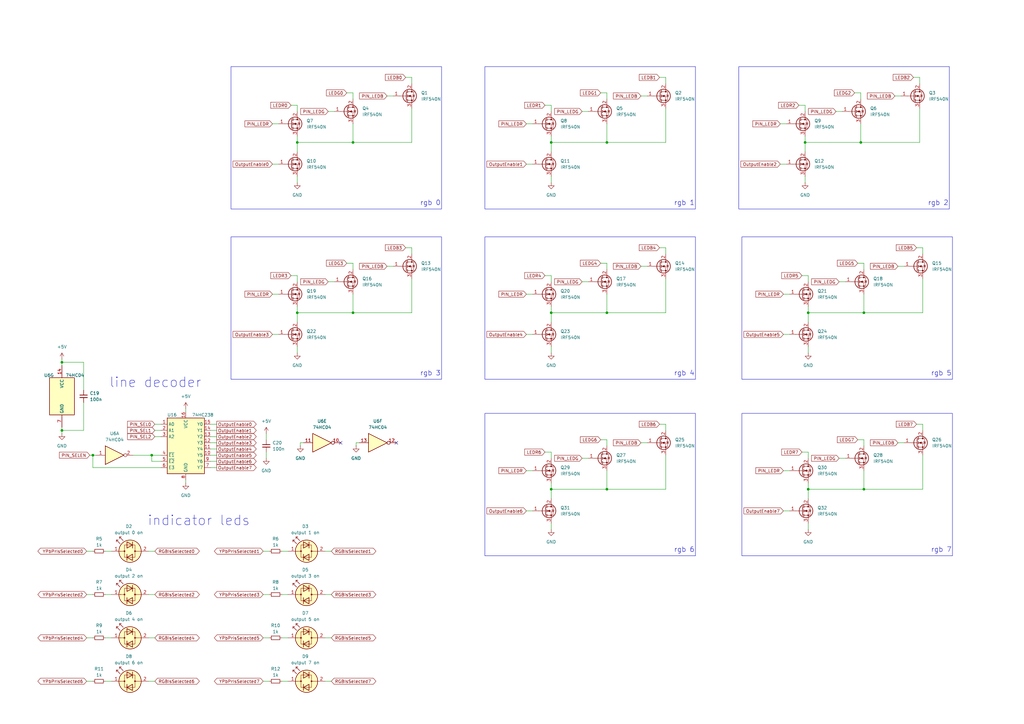
<source format=kicad_sch>
(kicad_sch (version 20250114) (generator "eeschema") (generator_version "9.0")
  (paper "A3")
  (title_block (title "MO-011 rgb switcher (main board)") (date "2025-01-21") (rev "v0.2"))
  (lib_symbols
    (symbol "74xx:74HC04"
      (property "Reference" "U" (at 0 1.27 0))
      (property "Value" "74HC04" (at 0 -1.27 0))
      (symbol "74HC04_1_0"
        (pin input line (at -7.62 0 0) (length 3.81) (name "~") (number "1"))
        (pin output inverted (at 7.62 0 180) (length 3.81) (name "~") (number "2"))
      )
      (symbol "74HC04_2_0"
        (pin input line (at -7.62 0 0) (length 3.81) (name "~") (number "3"))
        (pin output inverted (at 7.62 0 180) (length 3.81) (name "~") (number "4"))
      )
      (symbol "74HC04_3_0"
        (pin input line (at -7.62 0 0) (length 3.81) (name "~") (number "5"))
        (pin output inverted (at 7.62 0 180) (length 3.81) (name "~") (number "6"))
      )
      (symbol "74HC04_4_0"
        (pin input line (at -7.62 0 0) (length 3.81) (name "~") (number "9"))
        (pin output inverted (at 7.62 0 180) (length 3.81) (name "~") (number "8"))
      )
      (symbol "74HC04_5_0"
        (pin input line (at -7.62 0 0) (length 3.81) (name "~") (number "11"))
        (pin output inverted (at 7.62 0 180) (length 3.81) (name "~") (number "10"))
      )
      (symbol "74HC04_6_0"
        (pin input line (at -7.62 0 0) (length 3.81) (name "~") (number "13"))
        (pin output inverted (at 7.62 0 180) (length 3.81) (name "~") (number "12"))
      )
      (symbol "74HC04_7_0"
        (pin power_in line (at 0 12.7 270) (length 5.08) (name "VCC") (number "14"))
        (pin power_in line (at 0 -12.7 90) (length 5.08) (name "GND") (number "7"))
      )
    )
    (symbol "74xx:74HC238"
      (property "Reference" "U" (at -7.62 13.97 0))
      (property "Value" "74HC238" (at 2.54 -11.43 0))
      (symbol "74HC238_1_1"
        (pin input line (at -10.16 10.16 0) (length 2.54) (name "A0") (number "1"))
        (pin input line (at -10.16 7.62 0) (length 2.54) (name "A1") (number "2"))
        (pin input line (at -10.16 5.08 0) (length 2.54) (name "A2") (number "3"))
        (pin input line (at -10.16 -2.54 0) (length 2.54) (name "~{E1}") (number "4"))
        (pin input line (at -10.16 -5.08 0) (length 2.54) (name "~{E2}") (number "5"))
        (pin input line (at -10.16 -7.62 0) (length 2.54) (name "E3") (number "6"))
        (pin power_in line (at 0 15.24 270) (length 2.54) (name "VCC") (number "16"))
        (pin power_in line (at 0 -12.7 90) (length 2.54) (name "GND") (number "8"))
        (pin output line (at 10.16 10.16 180) (length 2.54) (name "Y0") (number "15"))
        (pin output line (at 10.16 7.62 180) (length 2.54) (name "Y1") (number "14"))
        (pin output line (at 10.16 5.08 180) (length 2.54) (name "Y2") (number "13"))
        (pin output line (at 10.16 2.54 180) (length 2.54) (name "Y3") (number "12"))
        (pin output line (at 10.16 0 180) (length 2.54) (name "Y4") (number "11"))
        (pin output line (at 10.16 -2.54 180) (length 2.54) (name "Y5") (number "10"))
        (pin output line (at 10.16 -5.08 180) (length 2.54) (name "Y6") (number "9"))
        (pin output line (at 10.16 -7.62 180) (length 2.54) (name "Y7") (number "7"))
      )
    )
    (symbol "Device:C_Small" (pin_numbers (hide yes)) (pin_names (offset 0.254) (hide yes))
      (property "Reference" "C" (at 0.254 1.778 0))
      (property "Value" "C_Small" (at 0.254 -2.032 0))
      (symbol "C_Small_1_1"
        (pin passive line (at 0 2.54 270) (length 2.032) (name "~") (number "1"))
        (pin passive line (at 0 -2.54 90) (length 2.032) (name "~") (number "2"))
      )
    )
    (symbol "Device:LED_Dual_Bidirectional" (pin_names (offset 0) (hide yes))
      (property "Reference" "D" (at 0 5.715 0))
      (property "Value" "LED_Dual_Bidirectional" (at 0 -6.35 0))
      (symbol "LED_Dual_Bidirectional_1_1"
        (pin input line (at -7.62 0 0) (length 3.048) (name "AK") (number "2"))
        (pin input line (at 7.62 0 180) (length 3.81) (name "KA") (number "1"))
      )
    )
    (symbol "Device:R_Small" (pin_numbers (hide yes)) (pin_names (offset 0.254) (hide yes))
      (property "Reference" "R" (at 0.762 0.508 0))
      (property "Value" "R_Small" (at 0.762 -1.016 0))
      (symbol "R_Small_1_1"
        (pin passive line (at 0 2.54 270) (length 0.762) (name "~") (number "1"))
        (pin passive line (at 0 -2.54 90) (length 0.762) (name "~") (number "2"))
      )
    )
    (symbol "Transistor_FET:IRF540N" (pin_names (hide yes))
      (property "Reference" "Q" (at 5.08 1.905 0))
      (property "Value" "IRF540N" (at 5.08 0 0))
      (symbol "IRF540N_1_1"
        (pin input line (at -5.08 0 0) (length 2.54) (name "G") (number "1"))
        (pin passive line (at 2.54 5.08 270) (length 2.54) (name "D") (number "2"))
        (pin passive line (at 2.54 -5.08 90) (length 2.54) (name "S") (number "3"))
      )
    )
    (symbol "power:+5V" (power) (pin_numbers (hide yes)) (pin_names (offset 0) (hide yes))
      (property "Value" "+5V" (at 0 3.556 0))
      (symbol "+5V_1_1"
        (pin power_in line (at 0 0 90) (length 0) (name "~") (number "1"))
      )
    )
    (symbol "power:GND" (power) (pin_numbers (hide yes)) (pin_names (offset 0) (hide yes))
      (property "Value" "GND" (at 0 -3.81 0))
      (symbol "GND_1_1"
        (pin power_in line (at 0 0 270) (length 0) (name "~") (number "1"))
      )
    )
  )
  (rectangle (start 304.292 169.545) (end 390.652 227.965))
  (rectangle (start 94.742 27.305) (end 181.102 85.725))
  (rectangle (start 304.292 97.155) (end 390.652 155.575))
  (rectangle (start 198.882 97.155) (end 285.242 155.575))
  (rectangle (start 198.882 27.305) (end 285.242 85.725))
  (rectangle (start 303.022 27.305) (end 389.382 85.725))
  (rectangle (start 198.882 169.545) (end 285.242 227.965))
  (rectangle (start 94.742 97.155) (end 181.102 155.575))
  (text "rgb 3" (at 176.53 153.162 0) (effects (font (size 2 2))))
  (text "rgb 5" (at 386.08 153.162 0) (effects (font (size 2 2))))
  (text "rgb 0" (at 176.53 83.312 0) (effects (font (size 2 2))))
  (text "rgb 2" (at 384.81 83.312 0) (effects (font (size 2 2))))
  (text "line decoder" (at 63.754 156.972 0) (effects (font (size 4 4))))
  (text "rgb 6" (at 280.67 225.552 0) (effects (font (size 2 2))))
  (text "rgb 7" (at 386.08 225.552 0) (effects (font (size 2 2))))
  (text "rgb 4" (at 280.67 153.162 0) (effects (font (size 2 2))))
  (text "rgb 1" (at 280.67 83.312 0) (effects (font (size 2 2))))
  (text "indicator leds" (at 81.534 213.614 0) (effects (font (size 4 4))))
  (junction (at 331.47 200.66))
  (junction (at 144.78 58.42))
  (junction (at 121.92 128.27))
  (junction (at 354.33 128.27))
  (junction (at 248.92 128.27))
  (junction (at 25.4 148.59))
  (junction (at 62.23 186.69))
  (junction (at 354.33 200.66))
  (junction (at 121.92 58.42))
  (junction (at 144.78 128.27))
  (junction (at 331.47 128.27))
  (junction (at 330.2 58.42))
  (junction (at 226.06 200.66))
  (junction (at 25.4 176.53))
  (junction (at 226.06 128.27))
  (junction (at 248.92 58.42))
  (junction (at 353.06 58.42))
  (junction (at 38.1 186.69))
  (junction (at 248.92 200.66))
  (junction (at 226.06 58.42))
  (no_connect (at 139.7 181.61))
  (no_connect (at 162.56 181.61))
  (wire (pts (xy 378.46 200.66) (xy 354.33 200.66)))
  (wire (pts (xy 45.72 261.62) (xy 43.18 261.62)))
  (wire (pts (xy 354.33 107.95) (xy 354.33 110.49)))
  (wire (pts (xy 331.47 125.73) (xy 331.47 128.27)))
  (wire (pts (xy 270.51 173.99) (xy 273.05 173.99)))
  (wire (pts (xy 246.38 180.34) (xy 248.92 180.34)))
  (wire (pts (xy 223.52 43.18) (xy 226.06 43.18)))
  (wire (pts (xy 367.03 39.37) (xy 369.57 39.37)))
  (wire (pts (xy 63.5 243.84) (xy 60.96 243.84)))
  (wire (pts (xy 273.05 31.75) (xy 273.05 34.29)))
  (wire (pts (xy 330.2 58.42) (xy 330.2 62.23)))
  (wire (pts (xy 86.36 189.23) (xy 88.9 189.23)))
  (wire (pts (xy 63.5 179.07) (xy 66.04 179.07)))
  (wire (pts (xy 144.78 50.8) (xy 144.78 58.42)))
  (wire (pts (xy 86.36 181.61) (xy 88.9 181.61)))
  (wire (pts (xy 38.1 191.77) (xy 66.04 191.77)))
  (wire (pts (xy 215.9 193.04) (xy 218.44 193.04)))
  (wire (pts (xy 226.06 55.88) (xy 226.06 58.42)))
  (wire (pts (xy 378.46 173.99) (xy 378.46 176.53)))
  (wire (pts (xy 351.79 180.34) (xy 354.33 180.34)))
  (wire (pts (xy 86.36 191.77) (xy 88.9 191.77)))
  (wire (pts (xy 368.3 181.61) (xy 370.84 181.61)))
  (wire (pts (xy 109.22 177.8) (xy 109.22 180.34)))
  (wire (pts (xy 331.47 200.66) (xy 331.47 204.47)))
  (wire (pts (xy 146.05 181.61) (xy 146.05 182.88)))
  (wire (pts (xy 166.37 31.75) (xy 168.91 31.75)))
  (wire (pts (xy 118.11 261.62) (xy 115.57 261.62)))
  (wire (pts (xy 377.19 44.45) (xy 377.19 58.42)))
  (wire (pts (xy 34.29 160.02) (xy 34.29 148.59)))
  (wire (pts (xy 262.89 39.37) (xy 265.43 39.37)))
  (wire (pts (xy 121.92 142.24) (xy 121.92 144.78)))
  (wire (pts (xy 331.47 214.63) (xy 331.47 217.17)))
  (wire (pts (xy 168.91 44.45) (xy 168.91 58.42)))
  (wire (pts (xy 134.62 115.57) (xy 137.16 115.57)))
  (wire (pts (xy 331.47 142.24) (xy 331.47 144.78)))
  (wire (pts (xy 34.29 176.53) (xy 25.4 176.53)))
  (wire (pts (xy 215.9 67.31) (xy 218.44 67.31)))
  (wire (pts (xy 168.91 31.75) (xy 168.91 34.29)))
  (wire (pts (xy 142.24 38.1) (xy 144.78 38.1)))
  (wire (pts (xy 351.79 107.95) (xy 354.33 107.95)))
  (wire (pts (xy 135.89 243.84) (xy 133.35 243.84)))
  (wire (pts (xy 262.89 181.61) (xy 265.43 181.61)))
  (wire (pts (xy 38.1 186.69) (xy 38.1 191.77)))
  (wire (pts (xy 35.56 226.06) (xy 38.1 226.06)))
  (wire (pts (xy 226.06 142.24) (xy 226.06 144.78)))
  (wire (pts (xy 375.92 173.99) (xy 378.46 173.99)))
  (wire (pts (xy 378.46 101.6) (xy 378.46 104.14)))
  (wire (pts (xy 25.4 176.53) (xy 25.4 177.8)))
  (wire (pts (xy 109.22 185.42) (xy 109.22 187.96)))
  (wire (pts (xy 331.47 198.12) (xy 331.47 200.66)))
  (wire (pts (xy 38.1 186.69) (xy 39.37 186.69)))
  (wire (pts (xy 321.31 209.55) (xy 323.85 209.55)))
  (wire (pts (xy 144.78 58.42) (xy 121.92 58.42)))
  (wire (pts (xy 320.04 67.31) (xy 322.58 67.31)))
  (wire (pts (xy 107.95 243.84) (xy 110.49 243.84)))
  (wire (pts (xy 354.33 200.66) (xy 331.47 200.66)))
  (wire (pts (xy 330.2 72.39) (xy 330.2 74.93)))
  (wire (pts (xy 321.31 120.65) (xy 323.85 120.65)))
  (wire (pts (xy 354.33 180.34) (xy 354.33 182.88)))
  (wire (pts (xy 35.56 243.84) (xy 38.1 243.84)))
  (wire (pts (xy 344.17 187.96) (xy 346.71 187.96)))
  (wire (pts (xy 354.33 120.65) (xy 354.33 128.27)))
  (wire (pts (xy 270.51 31.75) (xy 273.05 31.75)))
  (wire (pts (xy 168.91 114.3) (xy 168.91 128.27)))
  (wire (pts (xy 378.46 114.3) (xy 378.46 128.27)))
  (wire (pts (xy 226.06 113.03) (xy 226.06 115.57)))
  (wire (pts (xy 375.92 101.6) (xy 378.46 101.6)))
  (wire (pts (xy 158.75 109.22) (xy 161.29 109.22)))
  (wire (pts (xy 134.62 45.72) (xy 137.16 45.72)))
  (wire (pts (xy 124.46 181.61) (xy 123.19 181.61)))
  (wire (pts (xy 144.78 38.1) (xy 144.78 40.64)))
  (wire (pts (xy 238.76 115.57) (xy 241.3 115.57)))
  (wire (pts (xy 168.91 101.6) (xy 168.91 104.14)))
  (wire (pts (xy 321.31 193.04) (xy 323.85 193.04)))
  (wire (pts (xy 54.61 186.69) (xy 62.23 186.69)))
  (wire (pts (xy 321.31 137.16) (xy 323.85 137.16)))
  (wire (pts (xy 331.47 113.03) (xy 331.47 115.57)))
  (wire (pts (xy 86.36 184.15) (xy 88.9 184.15)))
  (wire (pts (xy 135.89 226.06) (xy 133.35 226.06)))
  (wire (pts (xy 368.3 109.22) (xy 370.84 109.22)))
  (wire (pts (xy 111.76 50.8) (xy 114.3 50.8)))
  (wire (pts (xy 121.92 113.03) (xy 121.92 115.57)))
  (wire (pts (xy 121.92 58.42) (xy 121.92 62.23)))
  (wire (pts (xy 330.2 43.18) (xy 330.2 45.72)))
  (wire (pts (xy 331.47 185.42) (xy 331.47 187.96)))
  (wire (pts (xy 378.46 186.69) (xy 378.46 200.66)))
  (wire (pts (xy 45.72 243.84) (xy 43.18 243.84)))
  (wire (pts (xy 121.92 43.18) (xy 121.92 45.72)))
  (wire (pts (xy 118.11 226.06) (xy 115.57 226.06)))
  (wire (pts (xy 248.92 50.8) (xy 248.92 58.42)))
  (wire (pts (xy 378.46 128.27) (xy 354.33 128.27)))
  (wire (pts (xy 248.92 120.65) (xy 248.92 128.27)))
  (wire (pts (xy 62.23 189.23) (xy 62.23 186.69)))
  (wire (pts (xy 45.72 279.4) (xy 43.18 279.4)))
  (wire (pts (xy 248.92 58.42) (xy 226.06 58.42)))
  (wire (pts (xy 377.19 31.75) (xy 377.19 34.29)))
  (wire (pts (xy 62.23 186.69) (xy 66.04 186.69)))
  (wire (pts (xy 246.38 107.95) (xy 248.92 107.95)))
  (wire (pts (xy 111.76 67.31) (xy 114.3 67.31)))
  (wire (pts (xy 226.06 198.12) (xy 226.06 200.66)))
  (wire (pts (xy 119.38 113.03) (xy 121.92 113.03)))
  (wire (pts (xy 248.92 180.34) (xy 248.92 182.88)))
  (wire (pts (xy 147.32 181.61) (xy 146.05 181.61)))
  (wire (pts (xy 63.5 226.06) (xy 60.96 226.06)))
  (wire (pts (xy 25.4 147.32) (xy 25.4 148.59)))
  (wire (pts (xy 121.92 128.27) (xy 121.92 132.08)))
  (wire (pts (xy 320.04 50.8) (xy 322.58 50.8)))
  (wire (pts (xy 111.76 120.65) (xy 114.3 120.65)))
  (wire (pts (xy 331.47 128.27) (xy 331.47 132.08)))
  (wire (pts (xy 121.92 55.88) (xy 121.92 58.42)))
  (wire (pts (xy 215.9 50.8) (xy 218.44 50.8)))
  (wire (pts (xy 226.06 58.42) (xy 226.06 62.23)))
  (wire (pts (xy 121.92 125.73) (xy 121.92 128.27)))
  (wire (pts (xy 248.92 200.66) (xy 226.06 200.66)))
  (wire (pts (xy 144.78 107.95) (xy 144.78 110.49)))
  (wire (pts (xy 248.92 193.04) (xy 248.92 200.66)))
  (wire (pts (xy 273.05 114.3) (xy 273.05 128.27)))
  (wire (pts (xy 226.06 214.63) (xy 226.06 217.17)))
  (wire (pts (xy 374.65 31.75) (xy 377.19 31.75)))
  (wire (pts (xy 66.04 189.23) (xy 62.23 189.23)))
  (wire (pts (xy 350.52 38.1) (xy 353.06 38.1)))
  (wire (pts (xy 35.56 279.4) (xy 38.1 279.4)))
  (wire (pts (xy 273.05 186.69) (xy 273.05 200.66)))
  (wire (pts (xy 63.5 261.62) (xy 60.96 261.62)))
  (wire (pts (xy 273.05 44.45) (xy 273.05 58.42)))
  (wire (pts (xy 377.19 58.42) (xy 353.06 58.42)))
  (wire (pts (xy 273.05 58.42) (xy 248.92 58.42)))
  (wire (pts (xy 118.11 243.84) (xy 115.57 243.84)))
  (wire (pts (xy 36.83 186.69) (xy 38.1 186.69)))
  (wire (pts (xy 238.76 45.72) (xy 241.3 45.72)))
  (wire (pts (xy 119.38 43.18) (xy 121.92 43.18)))
  (wire (pts (xy 45.72 226.06) (xy 43.18 226.06)))
  (wire (pts (xy 135.89 261.62) (xy 133.35 261.62)))
  (wire (pts (xy 262.89 109.22) (xy 265.43 109.22)))
  (wire (pts (xy 226.06 72.39) (xy 226.06 74.93)))
  (wire (pts (xy 168.91 58.42) (xy 144.78 58.42)))
  (wire (pts (xy 328.93 185.42) (xy 331.47 185.42)))
  (wire (pts (xy 223.52 113.03) (xy 226.06 113.03)))
  (wire (pts (xy 76.2 196.85) (xy 76.2 198.12)))
  (wire (pts (xy 328.93 113.03) (xy 331.47 113.03)))
  (wire (pts (xy 330.2 55.88) (xy 330.2 58.42)))
  (wire (pts (xy 248.92 107.95) (xy 248.92 110.49)))
  (wire (pts (xy 273.05 101.6) (xy 273.05 104.14)))
  (wire (pts (xy 35.56 261.62) (xy 38.1 261.62)))
  (wire (pts (xy 107.95 279.4) (xy 110.49 279.4)))
  (wire (pts (xy 86.36 186.69) (xy 88.9 186.69)))
  (wire (pts (xy 135.89 279.4) (xy 133.35 279.4)))
  (wire (pts (xy 144.78 128.27) (xy 121.92 128.27)))
  (wire (pts (xy 273.05 173.99) (xy 273.05 176.53)))
  (wire (pts (xy 142.24 107.95) (xy 144.78 107.95)))
  (wire (pts (xy 342.9 45.72) (xy 345.44 45.72)))
  (wire (pts (xy 344.17 115.57) (xy 346.71 115.57)))
  (wire (pts (xy 270.51 101.6) (xy 273.05 101.6)))
  (wire (pts (xy 226.06 185.42) (xy 226.06 187.96)))
  (wire (pts (xy 215.9 120.65) (xy 218.44 120.65)))
  (wire (pts (xy 107.95 261.62) (xy 110.49 261.62)))
  (wire (pts (xy 86.36 173.99) (xy 88.9 173.99)))
  (wire (pts (xy 354.33 128.27) (xy 331.47 128.27)))
  (wire (pts (xy 25.4 148.59) (xy 25.4 149.86)))
  (wire (pts (xy 25.4 175.26) (xy 25.4 176.53)))
  (wire (pts (xy 76.2 167.64) (xy 76.2 168.91)))
  (wire (pts (xy 248.92 38.1) (xy 248.92 40.64)))
  (wire (pts (xy 327.66 43.18) (xy 330.2 43.18)))
  (wire (pts (xy 63.5 279.4) (xy 60.96 279.4)))
  (wire (pts (xy 248.92 128.27) (xy 226.06 128.27)))
  (wire (pts (xy 215.9 209.55) (xy 218.44 209.55)))
  (wire (pts (xy 238.76 187.96) (xy 241.3 187.96)))
  (wire (pts (xy 354.33 193.04) (xy 354.33 200.66)))
  (wire (pts (xy 121.92 72.39) (xy 121.92 74.93)))
  (wire (pts (xy 34.29 165.1) (xy 34.29 176.53)))
  (wire (pts (xy 226.06 43.18) (xy 226.06 45.72)))
  (wire (pts (xy 353.06 38.1) (xy 353.06 40.64)))
  (wire (pts (xy 226.06 128.27) (xy 226.06 132.08)))
  (wire (pts (xy 246.38 38.1) (xy 248.92 38.1)))
  (wire (pts (xy 226.06 125.73) (xy 226.06 128.27)))
  (wire (pts (xy 223.52 185.42) (xy 226.06 185.42)))
  (wire (pts (xy 158.75 39.37) (xy 161.29 39.37)))
  (wire (pts (xy 123.19 181.61) (xy 123.19 182.88)))
  (wire (pts (xy 168.91 128.27) (xy 144.78 128.27)))
  (wire (pts (xy 86.36 179.07) (xy 88.9 179.07)))
  (wire (pts (xy 226.06 200.66) (xy 226.06 204.47)))
  (wire (pts (xy 353.06 50.8) (xy 353.06 58.42)))
  (wire (pts (xy 273.05 200.66) (xy 248.92 200.66)))
  (wire (pts (xy 215.9 137.16) (xy 218.44 137.16)))
  (wire (pts (xy 144.78 120.65) (xy 144.78 128.27)))
  (wire (pts (xy 86.36 176.53) (xy 88.9 176.53)))
  (wire (pts (xy 111.76 137.16) (xy 114.3 137.16)))
  (wire (pts (xy 166.37 101.6) (xy 168.91 101.6)))
  (wire (pts (xy 63.5 176.53) (xy 66.04 176.53)))
  (wire (pts (xy 273.05 128.27) (xy 248.92 128.27)))
  (wire (pts (xy 63.5 173.99) (xy 66.04 173.99)))
  (wire (pts (xy 107.95 226.06) (xy 110.49 226.06)))
  (wire (pts (xy 353.06 58.42) (xy 330.2 58.42)))
  (wire (pts (xy 118.11 279.4) (xy 115.57 279.4)))
  (wire (pts (xy 34.29 148.59) (xy 25.4 148.59)))
  (global_label "PIN_LEDB" (shape input) (at 158.75 109.22 180) (property "Intersheetrefs" "${INTERSHEET_REFS}" (effects (hide yes))))
  (global_label "PIN_SEL0" (shape input) (at 63.5 173.99 180) (property "Intersheetrefs" "${INTERSHEET_REFS}" (effects (hide yes))))
  (global_label "PIN_LEDG" (shape input) (at 238.76 45.72 180) (property "Intersheetrefs" "${INTERSHEET_REFS}" (effects (hide yes))))
  (global_label "LEDB1" (shape input) (at 270.51 31.75 180) (property "Intersheetrefs" "${INTERSHEET_REFS}" (effects (hide yes))))
  (global_label "PIN_LEDG" (shape input) (at 238.76 187.96 180) (property "Intersheetrefs" "${INTERSHEET_REFS}" (effects (hide yes))))
  (global_label "PIN_LEDR" (shape input) (at 321.31 193.04 180) (property "Intersheetrefs" "${INTERSHEET_REFS}" (effects (hide yes))))
  (global_label "YPbPrIsSelected5" (shape bidirectional) (at 107.95 261.62 180) (property "Intersheetrefs" "${INTERSHEET_REFS}" (effects (hide yes))))
  (global_label "LEDB2" (shape input) (at 374.65 31.75 180) (property "Intersheetrefs" "${INTERSHEET_REFS}" (effects (hide yes))))
  (global_label "LEDG5" (shape input) (at 351.79 107.95 180) (property "Intersheetrefs" "${INTERSHEET_REFS}" (effects (hide yes))))
  (global_label "PIN_LEDR" (shape input) (at 215.9 120.65 180) (property "Intersheetrefs" "${INTERSHEET_REFS}" (effects (hide yes))))
  (global_label "LEDR1" (shape input) (at 223.52 43.18 180) (property "Intersheetrefs" "${INTERSHEET_REFS}" (effects (hide yes))))
  (global_label "PIN_LEDR" (shape input) (at 111.76 120.65 180) (property "Intersheetrefs" "${INTERSHEET_REFS}" (effects (hide yes))))
  (global_label "OutputEnable3" (shape input) (at 111.76 137.16 180) (property "Intersheetrefs" "${INTERSHEET_REFS}" (effects (hide yes))))
  (global_label "PIN_LEDG" (shape input) (at 344.17 187.96 180) (property "Intersheetrefs" "${INTERSHEET_REFS}" (effects (hide yes))))
  (global_label "YPbPrIsSelected6" (shape bidirectional) (at 35.56 279.4 180) (property "Intersheetrefs" "${INTERSHEET_REFS}" (effects (hide yes))))
  (global_label "OutputEnable4" (shape input) (at 215.9 137.16 180) (property "Intersheetrefs" "${INTERSHEET_REFS}" (effects (hide yes))))
  (global_label "RGBIsSelected5" (shape bidirectional) (at 135.89 261.62 0) (property "Intersheetrefs" "${INTERSHEET_REFS}" (effects (hide yes))))
  (global_label "RGBIsSelected3" (shape bidirectional) (at 135.89 243.84 0) (property "Intersheetrefs" "${INTERSHEET_REFS}" (effects (hide yes))))
  (global_label "LEDB5" (shape input) (at 375.92 101.6 180) (property "Intersheetrefs" "${INTERSHEET_REFS}" (effects (hide yes))))
  (global_label "YPbPrIsSelected4" (shape bidirectional) (at 35.56 261.62 180) (property "Intersheetrefs" "${INTERSHEET_REFS}" (effects (hide yes))))
  (global_label "OutputEnable6" (shape output) (at 88.9 189.23 0) (property "Intersheetrefs" "${INTERSHEET_REFS}" (effects (hide yes))))
  (global_label "OutputEnable2" (shape output) (at 88.9 179.07 0) (property "Intersheetrefs" "${INTERSHEET_REFS}" (effects (hide yes))))
  (global_label "OutputEnable5" (shape input) (at 321.31 137.16 180) (property "Intersheetrefs" "${INTERSHEET_REFS}" (effects (hide yes))))
  (global_label "PIN_SEL1" (shape input) (at 63.5 176.53 180) (property "Intersheetrefs" "${INTERSHEET_REFS}" (effects (hide yes))))
  (global_label "PIN_LEDG" (shape input) (at 134.62 45.72 180) (property "Intersheetrefs" "${INTERSHEET_REFS}" (effects (hide yes))))
  (global_label "LEDG3" (shape input) (at 142.24 107.95 180) (property "Intersheetrefs" "${INTERSHEET_REFS}" (effects (hide yes))))
  (global_label "PIN_LEDR" (shape input) (at 320.04 50.8 180) (property "Intersheetrefs" "${INTERSHEET_REFS}" (effects (hide yes))))
  (global_label "YPbPrIsSelected7" (shape bidirectional) (at 107.95 279.4 180) (property "Intersheetrefs" "${INTERSHEET_REFS}" (effects (hide yes))))
  (global_label "PIN_LEDG" (shape input) (at 238.76 115.57 180) (property "Intersheetrefs" "${INTERSHEET_REFS}" (effects (hide yes))))
  (global_label "LEDG4" (shape input) (at 246.38 107.95 180) (property "Intersheetrefs" "${INTERSHEET_REFS}" (effects (hide yes))))
  (global_label "OutputEnable6" (shape input) (at 215.9 209.55 180) (property "Intersheetrefs" "${INTERSHEET_REFS}" (effects (hide yes))))
  (global_label "YPbPrIsSelected3" (shape bidirectional) (at 107.95 243.84 180) (property "Intersheetrefs" "${INTERSHEET_REFS}" (effects (hide yes))))
  (global_label "OutputEnable0" (shape input) (at 111.76 67.31 180) (property "Intersheetrefs" "${INTERSHEET_REFS}" (effects (hide yes))))
  (global_label "LEDR4" (shape input) (at 223.52 113.03 180) (property "Intersheetrefs" "${INTERSHEET_REFS}" (effects (hide yes))))
  (global_label "LEDB7" (shape input) (at 375.92 173.99 180) (property "Intersheetrefs" "${INTERSHEET_REFS}" (effects (hide yes))))
  (global_label "RGBIsSelected2" (shape bidirectional) (at 63.5 243.84 0) (property "Intersheetrefs" "${INTERSHEET_REFS}" (effects (hide yes))))
  (global_label "OutputEnable1" (shape input) (at 215.9 67.31 180) (property "Intersheetrefs" "${INTERSHEET_REFS}" (effects (hide yes))))
  (global_label "LEDG1" (shape input) (at 246.38 38.1 180) (property "Intersheetrefs" "${INTERSHEET_REFS}" (effects (hide yes))))
  (global_label "RGBIsSelected4" (shape bidirectional) (at 63.5 261.62 0) (property "Intersheetrefs" "${INTERSHEET_REFS}" (effects (hide yes))))
  (global_label "PIN_LEDB" (shape input) (at 368.3 181.61 180) (property "Intersheetrefs" "${INTERSHEET_REFS}" (effects (hide yes))))
  (global_label "PIN_LEDB" (shape input) (at 262.89 181.61 180) (property "Intersheetrefs" "${INTERSHEET_REFS}" (effects (hide yes))))
  (global_label "PIN_LEDR" (shape input) (at 321.31 120.65 180) (property "Intersheetrefs" "${INTERSHEET_REFS}" (effects (hide yes))))
  (global_label "RGBIsSelected1" (shape bidirectional) (at 135.89 226.06 0) (property "Intersheetrefs" "${INTERSHEET_REFS}" (effects (hide yes))))
  (global_label "OutputEnable5" (shape output) (at 88.9 186.69 0) (property "Intersheetrefs" "${INTERSHEET_REFS}" (effects (hide yes))))
  (global_label "PIN_LEDB" (shape input) (at 262.89 109.22 180) (property "Intersheetrefs" "${INTERSHEET_REFS}" (effects (hide yes))))
  (global_label "LEDG0" (shape input) (at 142.24 38.1 180) (property "Intersheetrefs" "${INTERSHEET_REFS}" (effects (hide yes))))
  (global_label "PIN_LEDB" (shape input) (at 262.89 39.37 180) (property "Intersheetrefs" "${INTERSHEET_REFS}" (effects (hide yes))))
  (global_label "OutputEnable7" (shape input) (at 321.31 209.55 180) (property "Intersheetrefs" "${INTERSHEET_REFS}" (effects (hide yes))))
  (global_label "RGBIsSelected0" (shape bidirectional) (at 63.5 226.06 0) (property "Intersheetrefs" "${INTERSHEET_REFS}" (effects (hide yes))))
  (global_label "PIN_SEL2" (shape input) (at 63.5 179.07 180) (property "Intersheetrefs" "${INTERSHEET_REFS}" (effects (hide yes))))
  (global_label "LEDG7" (shape input) (at 351.79 180.34 180) (property "Intersheetrefs" "${INTERSHEET_REFS}" (effects (hide yes))))
  (global_label "PIN_LEDR" (shape input) (at 111.76 50.8 180) (property "Intersheetrefs" "${INTERSHEET_REFS}" (effects (hide yes))))
  (global_label "LEDR6" (shape input) (at 223.52 185.42 180) (property "Intersheetrefs" "${INTERSHEET_REFS}" (effects (hide yes))))
  (global_label "YPbPrIsSelected2" (shape bidirectional) (at 35.56 243.84 180) (property "Intersheetrefs" "${INTERSHEET_REFS}" (effects (hide yes))))
  (global_label "PIN_LEDR" (shape input) (at 215.9 50.8 180) (property "Intersheetrefs" "${INTERSHEET_REFS}" (effects (hide yes))))
  (global_label "RGBIsSelected7" (shape bidirectional) (at 135.89 279.4 0) (property "Intersheetrefs" "${INTERSHEET_REFS}" (effects (hide yes))))
  (global_label "LEDR5" (shape input) (at 328.93 113.03 180) (property "Intersheetrefs" "${INTERSHEET_REFS}" (effects (hide yes))))
  (global_label "OutputEnable7" (shape output) (at 88.9 191.77 0) (property "Intersheetrefs" "${INTERSHEET_REFS}" (effects (hide yes))))
  (global_label "RGBIsSelected6" (shape bidirectional) (at 63.5 279.4 0) (property "Intersheetrefs" "${INTERSHEET_REFS}" (effects (hide yes))))
  (global_label "LEDG6" (shape input) (at 246.38 180.34 180) (property "Intersheetrefs" "${INTERSHEET_REFS}" (effects (hide yes))))
  (global_label "PIN_LEDG" (shape input) (at 342.9 45.72 180) (property "Intersheetrefs" "${INTERSHEET_REFS}" (effects (hide yes))))
  (global_label "LEDG2" (shape input) (at 350.52 38.1 180) (property "Intersheetrefs" "${INTERSHEET_REFS}" (effects (hide yes))))
  (global_label "PIN_LEDB" (shape input) (at 158.75 39.37 180) (property "Intersheetrefs" "${INTERSHEET_REFS}" (effects (hide yes))))
  (global_label "LEDB0" (shape input) (at 166.37 31.75 180) (property "Intersheetrefs" "${INTERSHEET_REFS}" (effects (hide yes))))
  (global_label "LEDB4" (shape input) (at 270.51 101.6 180) (property "Intersheetrefs" "${INTERSHEET_REFS}" (effects (hide yes))))
  (global_label "PIN_LEDB" (shape input) (at 367.03 39.37 180) (property "Intersheetrefs" "${INTERSHEET_REFS}" (effects (hide yes))))
  (global_label "LEDR3" (shape input) (at 119.38 113.03 180) (property "Intersheetrefs" "${INTERSHEET_REFS}" (effects (hide yes))))
  (global_label "LEDB6" (shape input) (at 270.51 173.99 180) (property "Intersheetrefs" "${INTERSHEET_REFS}" (effects (hide yes))))
  (global_label "YPbPrIsSelected0" (shape bidirectional) (at 35.56 226.06 180) (property "Intersheetrefs" "${INTERSHEET_REFS}" (effects (hide yes))))
  (global_label "YPbPrIsSelected1" (shape bidirectional) (at 107.95 226.06 180) (property "Intersheetrefs" "${INTERSHEET_REFS}" (effects (hide yes))))
  (global_label "PIN_SELEN" (shape input) (at 36.83 186.69 180) (property "Intersheetrefs" "${INTERSHEET_REFS}" (effects (hide yes))))
  (global_label "PIN_LEDG" (shape input) (at 134.62 115.57 180) (property "Intersheetrefs" "${INTERSHEET_REFS}" (effects (hide yes))))
  (global_label "PIN_LEDR" (shape input) (at 215.9 193.04 180) (property "Intersheetrefs" "${INTERSHEET_REFS}" (effects (hide yes))))
  (global_label "LEDR7" (shape input) (at 328.93 185.42 180) (property "Intersheetrefs" "${INTERSHEET_REFS}" (effects (hide yes))))
  (global_label "LEDR2" (shape input) (at 327.66 43.18 180) (property "Intersheetrefs" "${INTERSHEET_REFS}" (effects (hide yes))))
  (global_label "OutputEnable4" (shape output) (at 88.9 184.15 0) (property "Intersheetrefs" "${INTERSHEET_REFS}" (effects (hide yes))))
  (global_label "OutputEnable3" (shape output) (at 88.9 181.61 0) (property "Intersheetrefs" "${INTERSHEET_REFS}" (effects (hide yes))))
  (global_label "PIN_LEDB" (shape input) (at 368.3 109.22 180) (property "Intersheetrefs" "${INTERSHEET_REFS}" (effects (hide yes))))
  (global_label "OutputEnable0" (shape output) (at 88.9 173.99 0) (property "Intersheetrefs" "${INTERSHEET_REFS}" (effects (hide yes))))
  (global_label "PIN_LEDG" (shape input) (at 344.17 115.57 180) (property "Intersheetrefs" "${INTERSHEET_REFS}" (effects (hide yes))))
  (global_label "OutputEnable1" (shape output) (at 88.9 176.53 0) (property "Intersheetrefs" "${INTERSHEET_REFS}" (effects (hide yes))))
  (global_label "LEDR0" (shape input) (at 119.38 43.18 180) (property "Intersheetrefs" "${INTERSHEET_REFS}" (effects (hide yes))))
  (global_label "LEDB3" (shape input) (at 166.37 101.6 180) (property "Intersheetrefs" "${INTERSHEET_REFS}" (effects (hide yes))))
  (global_label "OutputEnable2" (shape input) (at 320.04 67.31 180) (property "Intersheetrefs" "${INTERSHEET_REFS}" (effects (hide yes))))
  (symbol (lib_id "power:GND") (at 226.06 144.78 0) (unit 1)
    (property "Reference" "#PWR0110" (effects (hide yes)))
    (property "Value" "GND" (at 226.06 149.86 0))
    (property "Description" "Power symbol creates a global label with name \"GND\" , ground" (effects (hide yes)))
  )
  (symbol (lib_id "power:GND") (at 226.06 217.17 0) (unit 1)
    (property "Reference" "#PWR0118" (effects (hide yes)))
    (property "Value" "GND" (at 226.06 222.25 0))
    (property "Description" "Power symbol creates a global label with name \"GND\" , ground" (effects (hide yes)))
  )
  (symbol (lib_id "74xx:74HC04") (at 132.08 181.61 0) (unit 5)
    (property "Reference" "U6" (at 132.08 172.72 0))
    (property "Value" "74HC04" (at 132.08 175.26 0))
    (property "Footprint" "Package_SO:SOIC-14_3.9x8.7mm_P1.27mm" (effects (hide yes)))
    (property "Datasheet" "https://assets.nexperia.com/documents/data-sheet/74HC_HCT04.pdf" (effects (hide yes)))
    (property "Description" "Hex Inverter" (effects (hide yes)))
  )
  (symbol (lib_id "Device:LED_Dual_Bidirectional") (at 125.73 226.06 0) (mirror y) (unit 1)
    (property "Reference" "D3" (at 125.2347 215.9 0))
    (property "Value" "output 1 on" (at 125.2347 218.44 0))
    (property "Footprint" "LED_THT:LED_D5.0mm" (effects (hide yes)))
    (property "Description" "Dual LED, bidirectional" (effects (hide yes)))
  )
  (symbol (lib_id "Transistor_FET:IRF540N") (at 119.38 137.16 0) (unit 1)
    (property "Reference" "Q22" (at 125.73 135.8899 0) (effects (justify left)))
    (property "Value" "IRF540N" (at 125.73 138.4299 0) (effects (justify left)))
    (property "Footprint" "Package_TO_SOT_SMD:TO-263-2" (effects (hide yes)))
    (property "Datasheet" "http://www.irf.com/product-info/datasheets/data/irf540n.pdf" (effects (hide yes)))
    (property "Description" "33A Id, 100V Vds, HEXFET N-Channel MOSFET, TO-220" (effects (hide yes)))
  )
  (symbol (lib_id "Device:LED_Dual_Bidirectional") (at 125.73 261.62 0) (mirror y) (unit 1)
    (property "Reference" "D7" (at 125.2347 251.46 0))
    (property "Value" "output 5 on" (at 125.2347 254 0))
    (property "Footprint" "LED_THT:LED_D5.0mm" (effects (hide yes)))
    (property "Description" "Dual LED, bidirectional" (effects (hide yes)))
  )
  (symbol (lib_id "Device:R_Small") (at 113.03 279.4 270) (mirror x) (unit 1)
    (property "Reference" "R12" (at 113.03 274.32 90))
    (property "Value" "1k" (at 113.03 276.86 90))
    (property "Footprint" "Resistor_SMD:R_0603_1608Metric" (effects (hide yes)))
    (property "Description" "Resistor, small symbol" (effects (hide yes)))
  )
  (symbol (lib_id "74xx:74HC04") (at 154.94 181.61 0) (unit 6)
    (property "Reference" "U6" (at 154.94 172.72 0))
    (property "Value" "74HC04" (at 154.94 175.26 0))
    (property "Footprint" "Package_SO:SOIC-14_3.9x8.7mm_P1.27mm" (effects (hide yes)))
    (property "Datasheet" "https://assets.nexperia.com/documents/data-sheet/74HC_HCT04.pdf" (effects (hide yes)))
    (property "Description" "Hex Inverter" (effects (hide yes)))
  )
  (symbol (lib_id "power:GND") (at 146.05 182.88 0) (unit 1)
    (property "Reference" "#PWR0149" (effects (hide yes)))
    (property "Value" "GND" (at 146.05 187.96 0))
    (property "Description" "Power symbol creates a global label with name \"GND\" , ground" (effects (hide yes)))
  )
  (symbol (lib_id "Transistor_FET:IRF540N") (at 375.92 109.22 0) (unit 1)
    (property "Reference" "Q15" (at 382.27 107.9499 0) (effects (justify left)))
    (property "Value" "IRF540N" (at 382.27 110.4899 0) (effects (justify left)))
    (property "Footprint" "Package_TO_SOT_SMD:TO-263-2" (effects (hide yes)))
    (property "Datasheet" "http://www.irf.com/product-info/datasheets/data/irf540n.pdf" (effects (hide yes)))
    (property "Description" "33A Id, 100V Vds, HEXFET N-Channel MOSFET, TO-220" (effects (hide yes)))
  )
  (symbol (lib_id "Transistor_FET:IRF540N") (at 327.66 50.8 0) (unit 1)
    (property "Reference" "Q9" (at 334.01 49.5299 0) (effects (justify left)))
    (property "Value" "IRF540N" (at 334.01 52.0699 0) (effects (justify left)))
    (property "Footprint" "Package_TO_SOT_SMD:TO-263-2" (effects (hide yes)))
    (property "Datasheet" "http://www.irf.com/product-info/datasheets/data/irf540n.pdf" (effects (hide yes)))
    (property "Description" "33A Id, 100V Vds, HEXFET N-Channel MOSFET, TO-220" (effects (hide yes)))
  )
  (symbol (lib_id "Transistor_FET:IRF540N") (at 142.24 45.72 0) (unit 1)
    (property "Reference" "Q4" (at 148.59 44.4499 0) (effects (justify left)))
    (property "Value" "IRF540N" (at 148.59 46.9899 0) (effects (justify left)))
    (property "Footprint" "Package_TO_SOT_SMD:TO-263-2" (effects (hide yes)))
    (property "Datasheet" "http://www.irf.com/product-info/datasheets/data/irf540n.pdf" (effects (hide yes)))
    (property "Description" "33A Id, 100V Vds, HEXFET N-Channel MOSFET, TO-220" (effects (hide yes)))
  )
  (symbol (lib_id "Device:LED_Dual_Bidirectional") (at 53.34 261.62 0) (mirror y) (unit 1)
    (property "Reference" "D6" (at 52.8447 251.46 0))
    (property "Value" "output 4 on" (at 52.8447 254 0))
    (property "Footprint" "LED_THT:LED_D5.0mm" (effects (hide yes)))
    (property "Description" "Dual LED, bidirectional" (effects (hide yes)))
  )
  (symbol (lib_id "power:GND") (at 226.06 74.93 0) (unit 1)
    (property "Reference" "#PWR0107" (effects (hide yes)))
    (property "Value" "GND" (at 226.06 80.01 0))
    (property "Description" "Power symbol creates a global label with name \"GND\" , ground" (effects (hide yes)))
  )
  (symbol (lib_id "Transistor_FET:IRF540N") (at 166.37 109.22 0) (unit 1)
    (property "Reference" "Q13" (at 172.72 107.9499 0) (effects (justify left)))
    (property "Value" "IRF540N" (at 172.72 110.4899 0) (effects (justify left)))
    (property "Footprint" "Package_TO_SOT_SMD:TO-263-2" (effects (hide yes)))
    (property "Datasheet" "http://www.irf.com/product-info/datasheets/data/irf540n.pdf" (effects (hide yes)))
    (property "Description" "33A Id, 100V Vds, HEXFET N-Channel MOSFET, TO-220" (effects (hide yes)))
  )
  (symbol (lib_id "Device:LED_Dual_Bidirectional") (at 53.34 226.06 0) (mirror y) (unit 1)
    (property "Reference" "D2" (at 52.8447 215.9 0))
    (property "Value" "output 0 on" (at 52.8447 218.44 0))
    (property "Footprint" "LED_THT:LED_D5.0mm" (effects (hide yes)))
    (property "Description" "Dual LED, bidirectional" (effects (hide yes)))
  )
  (symbol (lib_id "74xx:74HC04") (at 46.99 186.69 0) (unit 1)
    (property "Reference" "U6" (at 46.99 177.8 0))
    (property "Value" "74HC04" (at 46.99 180.34 0))
    (property "Footprint" "Package_SO:SOIC-14_3.9x8.7mm_P1.27mm" (effects (hide yes)))
    (property "Datasheet" "https://assets.nexperia.com/documents/data-sheet/74HC_HCT04.pdf" (effects (hide yes)))
    (property "Description" "Hex Inverter" (effects (hide yes)))
  )
  (symbol (lib_id "power:GND") (at 76.2 198.12 0) (unit 1)
    (property "Reference" "#PWR0117" (effects (hide yes)))
    (property "Value" "GND" (at 76.2 203.2 0))
    (property "Description" "Power symbol creates a global label with name \"GND\" , ground" (effects (hide yes)))
  )
  (symbol (lib_id "Device:LED_Dual_Bidirectional") (at 53.34 279.4 0) (mirror y) (unit 1)
    (property "Reference" "D8" (at 52.8447 269.24 0))
    (property "Value" "output 6 on" (at 52.8447 271.78 0))
    (property "Footprint" "LED_THT:LED_D5.0mm" (effects (hide yes)))
    (property "Description" "Dual LED, bidirectional" (effects (hide yes)))
  )
  (symbol (lib_id "Transistor_FET:IRF540N") (at 328.93 137.16 0) (unit 1)
    (property "Reference" "Q24" (at 335.28 135.8899 0) (effects (justify left)))
    (property "Value" "IRF540N" (at 335.28 138.4299 0) (effects (justify left)))
    (property "Footprint" "Package_TO_SOT_SMD:TO-263-2" (effects (hide yes)))
    (property "Datasheet" "http://www.irf.com/product-info/datasheets/data/irf540n.pdf" (effects (hide yes)))
    (property "Description" "33A Id, 100V Vds, HEXFET N-Channel MOSFET, TO-220" (effects (hide yes)))
  )
  (symbol (lib_id "power:GND") (at 330.2 74.93 0) (unit 1)
    (property "Reference" "#PWR0108" (effects (hide yes)))
    (property "Value" "GND" (at 330.2 80.01 0))
    (property "Description" "Power symbol creates a global label with name \"GND\" , ground" (effects (hide yes)))
  )
  (symbol (lib_id "Transistor_FET:IRF540N") (at 142.24 115.57 0) (unit 1)
    (property "Reference" "Q16" (at 148.59 114.2999 0) (effects (justify left)))
    (property "Value" "IRF540N" (at 148.59 116.8399 0) (effects (justify left)))
    (property "Footprint" "Package_TO_SOT_SMD:TO-263-2" (effects (hide yes)))
    (property "Datasheet" "http://www.irf.com/product-info/datasheets/data/irf540n.pdf" (effects (hide yes)))
    (property "Description" "33A Id, 100V Vds, HEXFET N-Channel MOSFET, TO-220" (effects (hide yes)))
  )
  (symbol (lib_id "Transistor_FET:IRF540N") (at 246.38 187.96 0) (unit 1)
    (property "Reference" "Q27" (at 252.73 186.6899 0) (effects (justify left)))
    (property "Value" "IRF540N" (at 252.73 189.2299 0) (effects (justify left)))
    (property "Footprint" "Package_TO_SOT_SMD:TO-263-2" (effects (hide yes)))
    (property "Datasheet" "http://www.irf.com/product-info/datasheets/data/irf540n.pdf" (effects (hide yes)))
    (property "Description" "33A Id, 100V Vds, HEXFET N-Channel MOSFET, TO-220" (effects (hide yes)))
  )
  (symbol (lib_id "Transistor_FET:IRF540N") (at 119.38 120.65 0) (unit 1)
    (property "Reference" "Q19" (at 125.73 119.3799 0) (effects (justify left)))
    (property "Value" "IRF540N" (at 125.73 121.9199 0) (effects (justify left)))
    (property "Footprint" "Package_TO_SOT_SMD:TO-263-2" (effects (hide yes)))
    (property "Datasheet" "http://www.irf.com/product-info/datasheets/data/irf540n.pdf" (effects (hide yes)))
    (property "Description" "33A Id, 100V Vds, HEXFET N-Channel MOSFET, TO-220" (effects (hide yes)))
  )
  (symbol (lib_id "Transistor_FET:IRF540N") (at 223.52 193.04 0) (unit 1)
    (property "Reference" "Q29" (at 229.87 191.7699 0) (effects (justify left)))
    (property "Value" "IRF540N" (at 229.87 194.3099 0) (effects (justify left)))
    (property "Footprint" "Package_TO_SOT_SMD:TO-263-2" (effects (hide yes)))
    (property "Datasheet" "http://www.irf.com/product-info/datasheets/data/irf540n.pdf" (effects (hide yes)))
    (property "Description" "33A Id, 100V Vds, HEXFET N-Channel MOSFET, TO-220" (effects (hide yes)))
  )
  (symbol (lib_id "Device:R_Small") (at 40.64 243.84 270) (mirror x) (unit 1)
    (property "Reference" "R7" (at 40.64 238.76 90))
    (property "Value" "1k" (at 40.64 241.3 90))
    (property "Footprint" "Resistor_SMD:R_0603_1608Metric" (effects (hide yes)))
    (property "Description" "Resistor, small symbol" (effects (hide yes)))
  )
  (symbol (lib_id "Transistor_FET:IRF540N") (at 328.93 193.04 0) (unit 1)
    (property "Reference" "Q30" (at 335.28 191.7699 0) (effects (justify left)))
    (property "Value" "IRF540N" (at 335.28 194.3099 0) (effects (justify left)))
    (property "Footprint" "Package_TO_SOT_SMD:TO-263-2" (effects (hide yes)))
    (property "Datasheet" "http://www.irf.com/product-info/datasheets/data/irf540n.pdf" (effects (hide yes)))
    (property "Description" "33A Id, 100V Vds, HEXFET N-Channel MOSFET, TO-220" (effects (hide yes)))
  )
  (symbol (lib_id "74xx:74HC238") (at 76.2 184.15 0) (unit 1)
    (property "Reference" "U16" (at 68.58 170.18 0) (effects (justify left)))
    (property "Value" "74HC238" (at 78.74 170.18 0) (effects (justify left)))
    (property "Footprint" "Package_SO:SOIC-16_3.9x9.9mm_P1.27mm" (effects (hide yes)))
    (property "Datasheet" "https://www.ti.com/lit/ds/symlink/cd74hc238.pdf" (effects (hide yes)))
    (property "Description" "3-to-8 line decoder/multiplexer, DIP-16/SOIC-16/SSOP-16" (effects (hide yes)))
  )
  (symbol (lib_id "Transistor_FET:IRF540N") (at 351.79 187.96 0) (unit 1)
    (property "Reference" "Q28" (at 358.14 186.6899 0) (effects (justify left)))
    (property "Value" "IRF540N" (at 358.14 189.2299 0) (effects (justify left)))
    (property "Footprint" "Package_TO_SOT_SMD:TO-263-2" (effects (hide yes)))
    (property "Datasheet" "http://www.irf.com/product-info/datasheets/data/irf540n.pdf" (effects (hide yes)))
    (property "Description" "33A Id, 100V Vds, HEXFET N-Channel MOSFET, TO-220" (effects (hide yes)))
  )
  (symbol (lib_id "Transistor_FET:IRF540N") (at 327.66 67.31 0) (unit 1)
    (property "Reference" "Q12" (at 334.01 66.0399 0) (effects (justify left)))
    (property "Value" "IRF540N" (at 334.01 68.5799 0) (effects (justify left)))
    (property "Footprint" "Package_TO_SOT_SMD:TO-263-2" (effects (hide yes)))
    (property "Datasheet" "http://www.irf.com/product-info/datasheets/data/irf540n.pdf" (effects (hide yes)))
    (property "Description" "33A Id, 100V Vds, HEXFET N-Channel MOSFET, TO-220" (effects (hide yes)))
  )
  (symbol (lib_id "Transistor_FET:IRF540N") (at 350.52 45.72 0) (unit 1)
    (property "Reference" "Q6" (at 356.87 44.4499 0) (effects (justify left)))
    (property "Value" "IRF540N" (at 356.87 46.9899 0) (effects (justify left)))
    (property "Footprint" "Package_TO_SOT_SMD:TO-263-2" (effects (hide yes)))
    (property "Datasheet" "http://www.irf.com/product-info/datasheets/data/irf540n.pdf" (effects (hide yes)))
    (property "Description" "33A Id, 100V Vds, HEXFET N-Channel MOSFET, TO-220" (effects (hide yes)))
  )
  (symbol (lib_id "Transistor_FET:IRF540N") (at 374.65 39.37 0) (unit 1)
    (property "Reference" "Q3" (at 381 38.0999 0) (effects (justify left)))
    (property "Value" "IRF540N" (at 381 40.6399 0) (effects (justify left)))
    (property "Footprint" "Package_TO_SOT_SMD:TO-263-2" (effects (hide yes)))
    (property "Datasheet" "http://www.irf.com/product-info/datasheets/data/irf540n.pdf" (effects (hide yes)))
    (property "Description" "33A Id, 100V Vds, HEXFET N-Channel MOSFET, TO-220" (effects (hide yes)))
  )
  (symbol (lib_id "Transistor_FET:IRF540N") (at 351.79 115.57 0) (unit 1)
    (property "Reference" "Q18" (at 358.14 114.2999 0) (effects (justify left)))
    (property "Value" "IRF540N" (at 358.14 116.8399 0) (effects (justify left)))
    (property "Footprint" "Package_TO_SOT_SMD:TO-263-2" (effects (hide yes)))
    (property "Datasheet" "http://www.irf.com/product-info/datasheets/data/irf540n.pdf" (effects (hide yes)))
    (property "Description" "33A Id, 100V Vds, HEXFET N-Channel MOSFET, TO-220" (effects (hide yes)))
  )
  (symbol (lib_id "Device:LED_Dual_Bidirectional") (at 125.73 243.84 0) (mirror y) (unit 1)
    (property "Reference" "D5" (at 125.2347 233.68 0))
    (property "Value" "output 3 on" (at 125.2347 236.22 0))
    (property "Footprint" "LED_THT:LED_D5.0mm" (effects (hide yes)))
    (property "Description" "Dual LED, bidirectional" (effects (hide yes)))
  )
  (symbol (lib_id "power:+5V") (at 25.4 147.32 0) (unit 1)
    (property "Reference" "#PWR0112" (effects (hide yes)))
    (property "Value" "+5V" (at 25.4 142.24 0))
    (property "Description" "Power symbol creates a global label with name \"+5V\"" (effects (hide yes)))
  )
  (symbol (lib_id "power:GND") (at 123.19 182.88 0) (unit 1)
    (property "Reference" "#PWR06" (effects (hide yes)))
    (property "Value" "GND" (at 123.19 187.96 0))
    (property "Description" "Power symbol creates a global label with name \"GND\" , ground" (effects (hide yes)))
  )
  (symbol (lib_id "Transistor_FET:IRF540N") (at 270.51 181.61 0) (unit 1)
    (property "Reference" "Q25" (at 276.86 180.3399 0) (effects (justify left)))
    (property "Value" "IRF540N" (at 276.86 182.8799 0) (effects (justify left)))
    (property "Footprint" "Package_TO_SOT_SMD:TO-263-2" (effects (hide yes)))
    (property "Datasheet" "http://www.irf.com/product-info/datasheets/data/irf540n.pdf" (effects (hide yes)))
    (property "Description" "33A Id, 100V Vds, HEXFET N-Channel MOSFET, TO-220" (effects (hide yes)))
  )
  (symbol (lib_id "power:GND") (at 121.92 74.93 0) (unit 1)
    (property "Reference" "#PWR0106" (effects (hide yes)))
    (property "Value" "GND" (at 121.92 80.01 0))
    (property "Description" "Power symbol creates a global label with name \"GND\" , ground" (effects (hide yes)))
  )
  (symbol (lib_id "Transistor_FET:IRF540N") (at 375.92 181.61 0) (unit 1)
    (property "Reference" "Q26" (at 382.27 180.3399 0) (effects (justify left)))
    (property "Value" "IRF540N" (at 382.27 182.8799 0) (effects (justify left)))
    (property "Footprint" "Package_TO_SOT_SMD:TO-263-2" (effects (hide yes)))
    (property "Datasheet" "http://www.irf.com/product-info/datasheets/data/irf540n.pdf" (effects (hide yes)))
    (property "Description" "33A Id, 100V Vds, HEXFET N-Channel MOSFET, TO-220" (effects (hide yes)))
  )
  (symbol (lib_id "power:GND") (at 121.92 144.78 0) (unit 1)
    (property "Reference" "#PWR0109" (effects (hide yes)))
    (property "Value" "GND" (at 121.92 149.86 0))
    (property "Description" "Power symbol creates a global label with name \"GND\" , ground" (effects (hide yes)))
  )
  (symbol (lib_id "Transistor_FET:IRF540N") (at 246.38 45.72 0) (unit 1)
    (property "Reference" "Q5" (at 252.73 44.4499 0) (effects (justify left)))
    (property "Value" "IRF540N" (at 252.73 46.9899 0) (effects (justify left)))
    (property "Footprint" "Package_TO_SOT_SMD:TO-263-2" (effects (hide yes)))
    (property "Datasheet" "http://www.irf.com/product-info/datasheets/data/irf540n.pdf" (effects (hide yes)))
    (property "Description" "33A Id, 100V Vds, HEXFET N-Channel MOSFET, TO-220" (effects (hide yes)))
  )
  (symbol (lib_id "Transistor_FET:IRF540N") (at 223.52 137.16 0) (unit 1)
    (property "Reference" "Q23" (at 229.87 135.8899 0) (effects (justify left)))
    (property "Value" "IRF540N" (at 229.87 138.4299 0) (effects (justify left)))
    (property "Footprint" "Package_TO_SOT_SMD:TO-263-2" (effects (hide yes)))
    (property "Datasheet" "http://www.irf.com/product-info/datasheets/data/irf540n.pdf" (effects (hide yes)))
    (property "Description" "33A Id, 100V Vds, HEXFET N-Channel MOSFET, TO-220" (effects (hide yes)))
  )
  (symbol (lib_id "Device:C_Small") (at 34.29 162.56 0) (mirror y) (unit 1)
    (property "Reference" "C19" (at 36.83 161.2962 0) (effects (justify right)))
    (property "Value" "100n" (at 36.83 163.8362 0) (effects (justify right)))
    (property "Footprint" "Capacitor_SMD:C_0603_1608Metric" (effects (hide yes)))
    (property "Description" "Unpolarized capacitor, small symbol" (effects (hide yes)))
  )
  (symbol (lib_id "Transistor_FET:IRF540N") (at 223.52 120.65 0) (unit 1)
    (property "Reference" "Q20" (at 229.87 119.3799 0) (effects (justify left)))
    (property "Value" "IRF540N" (at 229.87 121.9199 0) (effects (justify left)))
    (property "Footprint" "Package_TO_SOT_SMD:TO-263-2" (effects (hide yes)))
    (property "Datasheet" "http://www.irf.com/product-info/datasheets/data/irf540n.pdf" (effects (hide yes)))
    (property "Description" "33A Id, 100V Vds, HEXFET N-Channel MOSFET, TO-220" (effects (hide yes)))
  )
  (symbol (lib_id "Device:R_Small") (at 40.64 226.06 270) (mirror x) (unit 1)
    (property "Reference" "R5" (at 40.64 220.98 90))
    (property "Value" "1k" (at 40.64 223.52 90))
    (property "Footprint" "Resistor_SMD:R_0603_1608Metric" (effects (hide yes)))
    (property "Description" "Resistor, small symbol" (effects (hide yes)))
  )
  (symbol (lib_id "power:GND") (at 109.22 187.96 0) (unit 1)
    (property "Reference" "#PWR0116" (effects (hide yes)))
    (property "Value" "GND" (at 109.22 193.04 0))
    (property "Description" "Power symbol creates a global label with name \"GND\" , ground" (effects (hide yes)))
  )
  (symbol (lib_id "Device:LED_Dual_Bidirectional") (at 53.34 243.84 0) (mirror y) (unit 1)
    (property "Reference" "D4" (at 52.8447 233.68 0))
    (property "Value" "output 2 on" (at 52.8447 236.22 0))
    (property "Footprint" "LED_THT:LED_D5.0mm" (effects (hide yes)))
    (property "Description" "Dual LED, bidirectional" (effects (hide yes)))
  )
  (symbol (lib_id "Transistor_FET:IRF540N") (at 246.38 115.57 0) (unit 1)
    (property "Reference" "Q17" (at 252.73 114.2999 0) (effects (justify left)))
    (property "Value" "IRF540N" (at 252.73 116.8399 0) (effects (justify left)))
    (property "Footprint" "Package_TO_SOT_SMD:TO-263-2" (effects (hide yes)))
    (property "Datasheet" "http://www.irf.com/product-info/datasheets/data/irf540n.pdf" (effects (hide yes)))
    (property "Description" "33A Id, 100V Vds, HEXFET N-Channel MOSFET, TO-220" (effects (hide yes)))
  )
  (symbol (lib_id "Device:R_Small") (at 40.64 261.62 270) (mirror x) (unit 1)
    (property "Reference" "R9" (at 40.64 256.54 90))
    (property "Value" "1k" (at 40.64 259.08 90))
    (property "Footprint" "Resistor_SMD:R_0603_1608Metric" (effects (hide yes)))
    (property "Description" "Resistor, small symbol" (effects (hide yes)))
  )
  (symbol (lib_id "Transistor_FET:IRF540N") (at 223.52 209.55 0) (unit 1)
    (property "Reference" "Q31" (at 229.87 208.2799 0) (effects (justify left)))
    (property "Value" "IRF540N" (at 229.87 210.8199 0) (effects (justify left)))
    (property "Footprint" "Package_TO_SOT_SMD:TO-263-2" (effects (hide yes)))
    (property "Datasheet" "http://www.irf.com/product-info/datasheets/data/irf540n.pdf" (effects (hide yes)))
    (property "Description" "33A Id, 100V Vds, HEXFET N-Channel MOSFET, TO-220" (effects (hide yes)))
  )
  (symbol (lib_id "Transistor_FET:IRF540N") (at 270.51 39.37 0) (unit 1)
    (property "Reference" "Q2" (at 276.86 38.0999 0) (effects (justify left)))
    (property "Value" "IRF540N" (at 276.86 40.6399 0) (effects (justify left)))
    (property "Footprint" "Package_TO_SOT_SMD:TO-263-2" (effects (hide yes)))
    (property "Datasheet" "http://www.irf.com/product-info/datasheets/data/irf540n.pdf" (effects (hide yes)))
    (property "Description" "33A Id, 100V Vds, HEXFET N-Channel MOSFET, TO-220" (effects (hide yes)))
  )
  (symbol (lib_id "power:+5V") (at 76.2 167.64 0) (unit 1)
    (property "Reference" "#PWR0113" (effects (hide yes)))
    (property "Value" "+5V" (at 76.2 162.56 0))
    (property "Description" "Power symbol creates a global label with name \"+5V\"" (effects (hide yes)))
  )
  (symbol (lib_id "Device:R_Small") (at 113.03 226.06 270) (mirror x) (unit 1)
    (property "Reference" "R6" (at 113.03 220.98 90))
    (property "Value" "1k" (at 113.03 223.52 90))
    (property "Footprint" "Resistor_SMD:R_0603_1608Metric" (effects (hide yes)))
    (property "Description" "Resistor, small symbol" (effects (hide yes)))
  )
  (symbol (lib_id "power:+5V") (at 109.22 177.8 0) (unit 1)
    (property "Reference" "#PWR0115" (effects (hide yes)))
    (property "Value" "+5V" (at 109.22 172.72 0))
    (property "Description" "Power symbol creates a global label with name \"+5V\"" (effects (hide yes)))
  )
  (symbol (lib_id "Transistor_FET:IRF540N") (at 119.38 50.8 0) (unit 1)
    (property "Reference" "Q7" (at 125.73 49.5299 0) (effects (justify left)))
    (property "Value" "IRF540N" (at 125.73 52.0699 0) (effects (justify left)))
    (property "Footprint" "Package_TO_SOT_SMD:TO-263-2" (effects (hide yes)))
    (property "Datasheet" "http://www.irf.com/product-info/datasheets/data/irf540n.pdf" (effects (hide yes)))
    (property "Description" "33A Id, 100V Vds, HEXFET N-Channel MOSFET, TO-220" (effects (hide yes)))
  )
  (symbol (lib_id "power:GND") (at 331.47 144.78 0) (unit 1)
    (property "Reference" "#PWR0111" (effects (hide yes)))
    (property "Value" "GND" (at 331.47 149.86 0))
    (property "Description" "Power symbol creates a global label with name \"GND\" , ground" (effects (hide yes)))
  )
  (symbol (lib_id "Transistor_FET:IRF540N") (at 119.38 67.31 0) (unit 1)
    (property "Reference" "Q10" (at 125.73 66.0399 0) (effects (justify left)))
    (property "Value" "IRF540N" (at 125.73 68.5799 0) (effects (justify left)))
    (property "Footprint" "Package_TO_SOT_SMD:TO-263-2" (effects (hide yes)))
    (property "Datasheet" "http://www.irf.com/product-info/datasheets/data/irf540n.pdf" (effects (hide yes)))
    (property "Description" "33A Id, 100V Vds, HEXFET N-Channel MOSFET, TO-220" (effects (hide yes)))
  )
  (symbol (lib_id "Transistor_FET:IRF540N") (at 328.93 209.55 0) (unit 1)
    (property "Reference" "Q32" (at 335.28 208.2799 0) (effects (justify left)))
    (property "Value" "IRF540N" (at 335.28 210.8199 0) (effects (justify left)))
    (property "Footprint" "Package_TO_SOT_SMD:TO-263-2" (effects (hide yes)))
    (property "Datasheet" "http://www.irf.com/product-info/datasheets/data/irf540n.pdf" (effects (hide yes)))
    (property "Description" "33A Id, 100V Vds, HEXFET N-Channel MOSFET, TO-220" (effects (hide yes)))
  )
  (symbol (lib_id "Device:R_Small") (at 113.03 261.62 270) (mirror x) (unit 1)
    (property "Reference" "R10" (at 113.03 256.54 90))
    (property "Value" "1k" (at 113.03 259.08 90))
    (property "Footprint" "Resistor_SMD:R_0603_1608Metric" (effects (hide yes)))
    (property "Description" "Resistor, small symbol" (effects (hide yes)))
  )
  (symbol (lib_id "Device:R_Small") (at 113.03 243.84 270) (mirror x) (unit 1)
    (property "Reference" "R8" (at 113.03 238.76 90))
    (property "Value" "1k" (at 113.03 241.3 90))
    (property "Footprint" "Resistor_SMD:R_0603_1608Metric" (effects (hide yes)))
    (property "Description" "Resistor, small symbol" (effects (hide yes)))
  )
  (symbol (lib_id "Transistor_FET:IRF540N") (at 270.51 109.22 0) (unit 1)
    (property "Reference" "Q14" (at 276.86 107.9499 0) (effects (justify left)))
    (property "Value" "IRF540N" (at 276.86 110.4899 0) (effects (justify left)))
    (property "Footprint" "Package_TO_SOT_SMD:TO-263-2" (effects (hide yes)))
    (property "Datasheet" "http://www.irf.com/product-info/datasheets/data/irf540n.pdf" (effects (hide yes)))
    (property "Description" "33A Id, 100V Vds, HEXFET N-Channel MOSFET, TO-220" (effects (hide yes)))
  )
  (symbol (lib_id "Transistor_FET:IRF540N") (at 223.52 67.31 0) (unit 1)
    (property "Reference" "Q11" (at 229.87 66.0399 0) (effects (justify left)))
    (property "Value" "IRF540N" (at 229.87 68.5799 0) (effects (justify left)))
    (property "Footprint" "Package_TO_SOT_SMD:TO-263-2" (effects (hide yes)))
    (property "Datasheet" "http://www.irf.com/product-info/datasheets/data/irf540n.pdf" (effects (hide yes)))
    (property "Description" "33A Id, 100V Vds, HEXFET N-Channel MOSFET, TO-220" (effects (hide yes)))
  )
  (symbol (lib_id "Device:C_Small") (at 109.22 182.88 0) (mirror y) (unit 1)
    (property "Reference" "C20" (at 111.76 181.6162 0) (effects (justify right)))
    (property "Value" "100n" (at 111.76 184.1562 0) (effects (justify right)))
    (property "Footprint" "Capacitor_SMD:C_0603_1608Metric" (effects (hide yes)))
    (property "Description" "Unpolarized capacitor, small symbol" (effects (hide yes)))
  )
  (symbol (lib_id "Device:R_Small") (at 40.64 279.4 270) (mirror x) (unit 1)
    (property "Reference" "R11" (at 40.64 274.32 90))
    (property "Value" "1k" (at 40.64 276.86 90))
    (property "Footprint" "Resistor_SMD:R_0603_1608Metric" (effects (hide yes)))
    (property "Description" "Resistor, small symbol" (effects (hide yes)))
  )
  (symbol (lib_id "Transistor_FET:IRF540N") (at 166.37 39.37 0) (unit 1)
    (property "Reference" "Q1" (at 172.72 38.0999 0) (effects (justify left)))
    (property "Value" "IRF540N" (at 172.72 40.6399 0) (effects (justify left)))
    (property "Footprint" "Package_TO_SOT_SMD:TO-263-2" (effects (hide yes)))
    (property "Datasheet" "http://www.irf.com/product-info/datasheets/data/irf540n.pdf" (effects (hide yes)))
    (property "Description" "33A Id, 100V Vds, HEXFET N-Channel MOSFET, TO-220" (effects (hide yes)))
  )
  (symbol (lib_id "power:GND") (at 25.4 177.8 0) (unit 1)
    (property "Reference" "#PWR0114" (effects (hide yes)))
    (property "Value" "GND" (at 25.4 182.88 0))
    (property "Description" "Power symbol creates a global label with name \"GND\" , ground" (effects (hide yes)))
  )
  (symbol (lib_id "74xx:74HC04") (at 25.4 162.56 0) (unit 7)
    (property "Reference" "U6" (at 20.066 153.924 0))
    (property "Value" "74HC04" (at 30.734 153.924 0))
    (property "Footprint" "Package_SO:SOIC-14_3.9x8.7mm_P1.27mm" (effects (hide yes)))
    (property "Datasheet" "https://assets.nexperia.com/documents/data-sheet/74HC_HCT04.pdf" (effects (hide yes)))
    (property "Description" "Hex Inverter" (effects (hide yes)))
  )
  (symbol (lib_id "power:GND") (at 331.47 217.17 0) (unit 1)
    (property "Reference" "#PWR0119" (effects (hide yes)))
    (property "Value" "GND" (at 331.47 222.25 0))
    (property "Description" "Power symbol creates a global label with name \"GND\" , ground" (effects (hide yes)))
  )
  (symbol (lib_id "Device:LED_Dual_Bidirectional") (at 125.73 279.4 0) (mirror y) (unit 1)
    (property "Reference" "D9" (at 125.2347 269.24 0))
    (property "Value" "output 7 on" (at 125.2347 271.78 0))
    (property "Footprint" "LED_THT:LED_D5.0mm" (effects (hide yes)))
    (property "Description" "Dual LED, bidirectional" (effects (hide yes)))
  )
  (symbol (lib_id "Transistor_FET:IRF540N") (at 223.52 50.8 0) (unit 1)
    (property "Reference" "Q8" (at 229.87 49.5299 0) (effects (justify left)))
    (property "Value" "IRF540N" (at 229.87 52.0699 0) (effects (justify left)))
    (property "Footprint" "Package_TO_SOT_SMD:TO-263-2" (effects (hide yes)))
    (property "Datasheet" "http://www.irf.com/product-info/datasheets/data/irf540n.pdf" (effects (hide yes)))
    (property "Description" "33A Id, 100V Vds, HEXFET N-Channel MOSFET, TO-220" (effects (hide yes)))
  )
  (symbol (lib_id "Transistor_FET:IRF540N") (at 328.93 120.65 0) (unit 1)
    (property "Reference" "Q21" (at 335.28 119.3799 0) (effects (justify left)))
    (property "Value" "IRF540N" (at 335.28 121.9199 0) (effects (justify left)))
    (property "Footprint" "Package_TO_SOT_SMD:TO-263-2" (effects (hide yes)))
    (property "Datasheet" "http://www.irf.com/product-info/datasheets/data/irf540n.pdf" (effects (hide yes)))
    (property "Description" "33A Id, 100V Vds, HEXFET N-Channel MOSFET, TO-220" (effects (hide yes)))
  )
)
</source>
